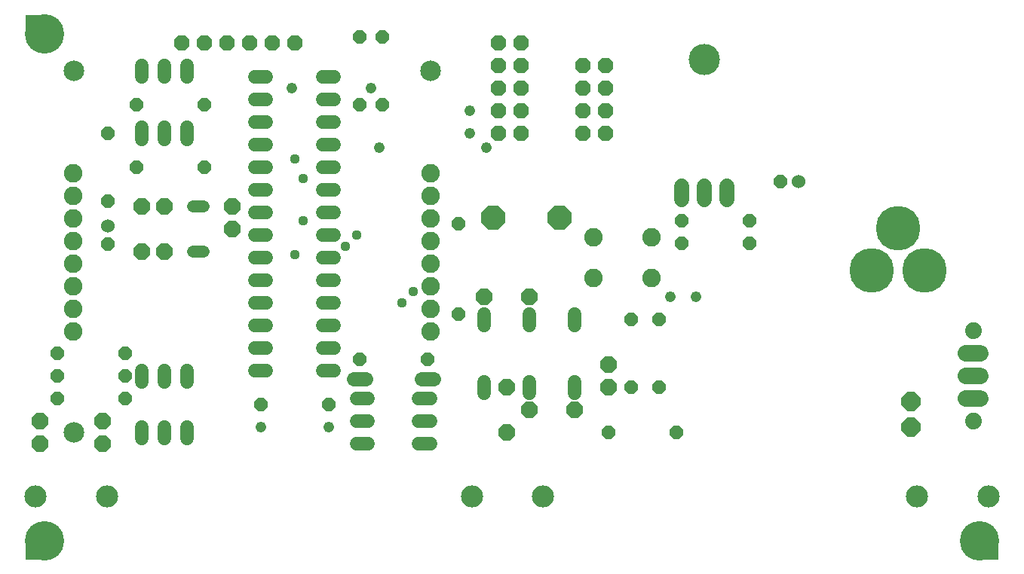
<source format=gts>
G75*
G70*
%OFA0B0*%
%FSLAX24Y24*%
%IPPOS*%
%LPD*%
%AMOC8*
5,1,8,0,0,1.08239X$1,22.5*
%
%ADD10C,0.0520*%
%ADD11OC8,0.0710*%
%ADD12C,0.0600*%
%ADD13OC8,0.0680*%
%ADD14OC8,0.0600*%
%ADD15OC8,0.1080*%
%ADD16OC8,0.0840*%
%ADD17C,0.0730*%
%ADD18C,0.0740*%
%ADD19C,0.0820*%
%ADD20C,0.1970*%
%ADD21C,0.0600*%
%ADD22C,0.0634*%
%ADD23C,0.0680*%
%ADD24C,0.1380*%
%ADD25C,0.0980*%
%ADD26C,0.0476*%
%ADD27R,0.0867X0.0867*%
%ADD28C,0.0437*%
%ADD29C,0.0907*%
%ADD30C,0.1740*%
D10*
X008147Y013746D02*
X008587Y013746D01*
X008587Y015746D02*
X008147Y015746D01*
D11*
X006867Y015746D03*
X005867Y015746D03*
X005867Y013746D03*
X006867Y013746D03*
X009867Y014746D03*
X009867Y015746D03*
X020992Y011746D03*
X022992Y011746D03*
X026492Y008746D03*
X026492Y007746D03*
X024992Y006746D03*
X022992Y006746D03*
X021992Y007746D03*
X021992Y005746D03*
X004117Y006246D03*
X004117Y005246D03*
X001367Y005246D03*
X001367Y006246D03*
D12*
X005867Y006006D02*
X005867Y005486D01*
X006867Y005486D02*
X006867Y006006D01*
X007867Y006006D02*
X007867Y005486D01*
X007867Y007986D02*
X007867Y008506D01*
X006867Y008506D02*
X006867Y007986D01*
X005867Y007986D02*
X005867Y008506D01*
X010857Y008496D02*
X011377Y008496D01*
X011377Y009496D02*
X010857Y009496D01*
X010857Y010496D02*
X011377Y010496D01*
X011377Y011496D02*
X010857Y011496D01*
X010857Y012496D02*
X011377Y012496D01*
X011377Y013496D02*
X010857Y013496D01*
X010857Y014496D02*
X011377Y014496D01*
X011377Y015496D02*
X010857Y015496D01*
X010857Y016496D02*
X011377Y016496D01*
X011377Y017496D02*
X010857Y017496D01*
X010857Y018496D02*
X011377Y018496D01*
X011377Y019496D02*
X010857Y019496D01*
X010857Y020496D02*
X011377Y020496D01*
X011377Y021496D02*
X010857Y021496D01*
X013857Y021496D02*
X014377Y021496D01*
X014377Y020496D02*
X013857Y020496D01*
X013857Y019496D02*
X014377Y019496D01*
X014377Y018496D02*
X013857Y018496D01*
X013857Y017496D02*
X014377Y017496D01*
X014377Y016496D02*
X013857Y016496D01*
X013857Y015496D02*
X014377Y015496D01*
X014377Y014496D02*
X013857Y014496D01*
X013857Y013496D02*
X014377Y013496D01*
X014377Y012496D02*
X013857Y012496D01*
X013857Y011496D02*
X014377Y011496D01*
X014377Y010496D02*
X013857Y010496D01*
X013857Y009496D02*
X014377Y009496D01*
X014377Y008496D02*
X013857Y008496D01*
X015357Y007246D02*
X015877Y007246D01*
X015877Y006246D02*
X015357Y006246D01*
X015357Y005246D02*
X015877Y005246D01*
X018107Y005246D02*
X018627Y005246D01*
X018627Y006246D02*
X018107Y006246D01*
X018107Y007246D02*
X018627Y007246D01*
X020992Y007486D02*
X020992Y008006D01*
X022992Y008006D02*
X022992Y007486D01*
X024992Y007486D02*
X024992Y008006D01*
X024992Y010486D02*
X024992Y011006D01*
X022992Y011006D02*
X022992Y010486D01*
X020992Y010486D02*
X020992Y011006D01*
X007867Y018736D02*
X007867Y019256D01*
X006867Y019256D02*
X006867Y018736D01*
X005867Y018736D02*
X005867Y019256D01*
X005867Y021486D02*
X005867Y022006D01*
X006867Y022006D02*
X006867Y021486D01*
X007867Y021486D02*
X007867Y022006D01*
D13*
X007617Y022996D03*
X008617Y022996D03*
X009617Y022996D03*
X010617Y022996D03*
X011617Y022996D03*
X012617Y022996D03*
X021617Y022996D03*
X022617Y022996D03*
X022617Y021996D03*
X021617Y021996D03*
X021617Y020996D03*
X022617Y020996D03*
X022617Y019996D03*
X021617Y019996D03*
X021617Y018996D03*
X022617Y018996D03*
X025367Y018996D03*
X026367Y018996D03*
X026367Y019996D03*
X025367Y019996D03*
X025367Y020996D03*
X026367Y020996D03*
X026367Y021996D03*
X025367Y021996D03*
D14*
X016492Y023246D03*
X015492Y023246D03*
X015492Y020246D03*
X016492Y020246D03*
X008617Y020246D03*
X005617Y020246D03*
X004367Y018996D03*
X005617Y017496D03*
X004367Y015996D03*
X004367Y014096D03*
X008617Y017496D03*
X019867Y014996D03*
X019867Y010996D03*
X018492Y008996D03*
X015492Y008996D03*
X014117Y006996D03*
X011117Y006996D03*
X005117Y007246D03*
X005117Y008246D03*
X005117Y009246D03*
X002117Y009246D03*
X002117Y008246D03*
X002117Y007246D03*
X026492Y005746D03*
X029492Y005746D03*
X028742Y007746D03*
X027492Y007746D03*
X027492Y010746D03*
X028742Y010746D03*
X029742Y014121D03*
X029742Y015121D03*
X032742Y015121D03*
X032742Y014121D03*
X034092Y016871D03*
D15*
X024347Y015246D03*
X021387Y015246D03*
D16*
X039867Y007121D03*
X039867Y005996D03*
D17*
X042292Y007246D02*
X042941Y007246D01*
X042941Y008246D02*
X042292Y008246D01*
X042292Y009246D02*
X042941Y009246D01*
D18*
X042617Y010246D03*
X042617Y006246D03*
D19*
X028397Y012606D03*
X025837Y012606D03*
X025837Y014386D03*
X028397Y014386D03*
X018617Y014242D03*
X018617Y015242D03*
X018617Y016242D03*
X018617Y017242D03*
X018617Y013242D03*
X018617Y012242D03*
X018617Y011242D03*
X018617Y010242D03*
X002837Y010242D03*
X002837Y011242D03*
X002837Y012242D03*
X002837Y013242D03*
X002837Y014242D03*
X002837Y015242D03*
X002837Y016242D03*
X002837Y017242D03*
D20*
X038128Y012931D03*
X040451Y012931D03*
X039310Y014781D03*
D21*
X034892Y016871D03*
X004367Y014896D03*
D22*
X015215Y008121D02*
X015769Y008121D01*
X018215Y008121D02*
X018769Y008121D01*
D23*
X029742Y016071D02*
X029742Y016671D01*
X030742Y016671D02*
X030742Y016071D01*
X031742Y016071D02*
X031742Y016671D01*
D24*
X030742Y022271D03*
D25*
X023607Y002938D03*
X020457Y002938D03*
X004315Y002938D03*
X001166Y002938D03*
X040142Y002938D03*
X043292Y002938D03*
D26*
X030367Y011746D03*
X029242Y011746D03*
X021085Y018371D03*
X020367Y018996D03*
X020367Y019996D03*
X016367Y018371D03*
X015992Y020996D03*
X012492Y020996D03*
X011117Y005996D03*
X014117Y005996D03*
D27*
X001166Y000576D03*
X043292Y000576D03*
X001166Y023805D03*
D28*
X012618Y017865D03*
X012992Y016996D03*
X012992Y015121D03*
X014867Y013996D03*
X015367Y014496D03*
X012617Y013621D03*
X017367Y011496D03*
X017867Y011996D03*
D29*
X002867Y005746D03*
X002867Y021746D03*
X018617Y021746D03*
D30*
X001560Y023411D03*
X001560Y000970D03*
X042898Y000970D03*
M02*

</source>
